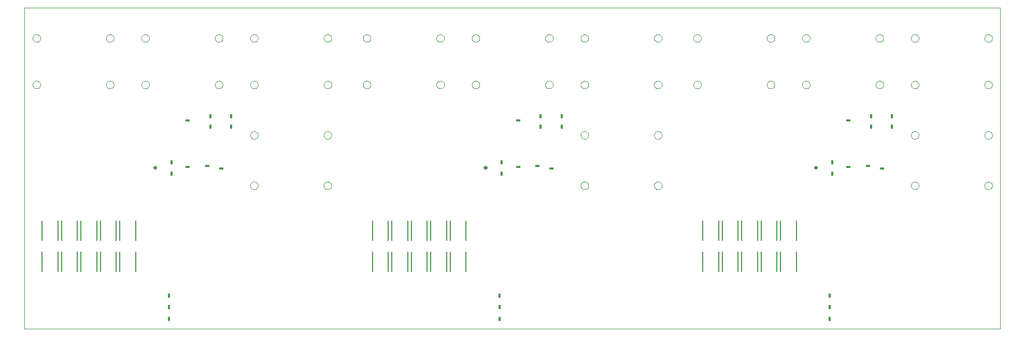
<source format=gbo>
G75*
%MOIN*%
%OFA0B0*%
%FSLAX24Y24*%
%IPPOS*%
%LPD*%
%AMOC8*
5,1,8,0,0,1.08239X$1,22.5*
%
%ADD10C,0.0000*%
%ADD11R,0.0150X0.0300*%
%ADD12C,0.0220*%
%ADD13R,0.0300X0.0150*%
%ADD14C,0.0080*%
D10*
X010443Y007143D02*
X010443Y027843D01*
X073193Y027843D01*
X073193Y007143D01*
X010443Y007143D01*
X024973Y016393D02*
X024975Y016424D01*
X024981Y016455D01*
X024991Y016485D01*
X025004Y016513D01*
X025021Y016540D01*
X025041Y016564D01*
X025064Y016586D01*
X025089Y016604D01*
X025117Y016619D01*
X025146Y016631D01*
X025176Y016639D01*
X025207Y016643D01*
X025239Y016643D01*
X025270Y016639D01*
X025300Y016631D01*
X025329Y016619D01*
X025357Y016604D01*
X025382Y016586D01*
X025405Y016564D01*
X025425Y016540D01*
X025442Y016513D01*
X025455Y016485D01*
X025465Y016455D01*
X025471Y016424D01*
X025473Y016393D01*
X025471Y016362D01*
X025465Y016331D01*
X025455Y016301D01*
X025442Y016273D01*
X025425Y016246D01*
X025405Y016222D01*
X025382Y016200D01*
X025357Y016182D01*
X025329Y016167D01*
X025300Y016155D01*
X025270Y016147D01*
X025239Y016143D01*
X025207Y016143D01*
X025176Y016147D01*
X025146Y016155D01*
X025117Y016167D01*
X025089Y016182D01*
X025064Y016200D01*
X025041Y016222D01*
X025021Y016246D01*
X025004Y016273D01*
X024991Y016301D01*
X024981Y016331D01*
X024975Y016362D01*
X024973Y016393D01*
X029693Y016393D02*
X029695Y016424D01*
X029701Y016455D01*
X029711Y016485D01*
X029724Y016513D01*
X029741Y016540D01*
X029761Y016564D01*
X029784Y016586D01*
X029809Y016604D01*
X029837Y016619D01*
X029866Y016631D01*
X029896Y016639D01*
X029927Y016643D01*
X029959Y016643D01*
X029990Y016639D01*
X030020Y016631D01*
X030049Y016619D01*
X030077Y016604D01*
X030102Y016586D01*
X030125Y016564D01*
X030145Y016540D01*
X030162Y016513D01*
X030175Y016485D01*
X030185Y016455D01*
X030191Y016424D01*
X030193Y016393D01*
X030191Y016362D01*
X030185Y016331D01*
X030175Y016301D01*
X030162Y016273D01*
X030145Y016246D01*
X030125Y016222D01*
X030102Y016200D01*
X030077Y016182D01*
X030049Y016167D01*
X030020Y016155D01*
X029990Y016147D01*
X029959Y016143D01*
X029927Y016143D01*
X029896Y016147D01*
X029866Y016155D01*
X029837Y016167D01*
X029809Y016182D01*
X029784Y016200D01*
X029761Y016222D01*
X029741Y016246D01*
X029724Y016273D01*
X029711Y016301D01*
X029701Y016331D01*
X029695Y016362D01*
X029693Y016393D01*
X029693Y019643D02*
X029695Y019674D01*
X029701Y019705D01*
X029711Y019735D01*
X029724Y019763D01*
X029741Y019790D01*
X029761Y019814D01*
X029784Y019836D01*
X029809Y019854D01*
X029837Y019869D01*
X029866Y019881D01*
X029896Y019889D01*
X029927Y019893D01*
X029959Y019893D01*
X029990Y019889D01*
X030020Y019881D01*
X030049Y019869D01*
X030077Y019854D01*
X030102Y019836D01*
X030125Y019814D01*
X030145Y019790D01*
X030162Y019763D01*
X030175Y019735D01*
X030185Y019705D01*
X030191Y019674D01*
X030193Y019643D01*
X030191Y019612D01*
X030185Y019581D01*
X030175Y019551D01*
X030162Y019523D01*
X030145Y019496D01*
X030125Y019472D01*
X030102Y019450D01*
X030077Y019432D01*
X030049Y019417D01*
X030020Y019405D01*
X029990Y019397D01*
X029959Y019393D01*
X029927Y019393D01*
X029896Y019397D01*
X029866Y019405D01*
X029837Y019417D01*
X029809Y019432D01*
X029784Y019450D01*
X029761Y019472D01*
X029741Y019496D01*
X029724Y019523D01*
X029711Y019551D01*
X029701Y019581D01*
X029695Y019612D01*
X029693Y019643D01*
X024973Y019643D02*
X024975Y019674D01*
X024981Y019705D01*
X024991Y019735D01*
X025004Y019763D01*
X025021Y019790D01*
X025041Y019814D01*
X025064Y019836D01*
X025089Y019854D01*
X025117Y019869D01*
X025146Y019881D01*
X025176Y019889D01*
X025207Y019893D01*
X025239Y019893D01*
X025270Y019889D01*
X025300Y019881D01*
X025329Y019869D01*
X025357Y019854D01*
X025382Y019836D01*
X025405Y019814D01*
X025425Y019790D01*
X025442Y019763D01*
X025455Y019735D01*
X025465Y019705D01*
X025471Y019674D01*
X025473Y019643D01*
X025471Y019612D01*
X025465Y019581D01*
X025455Y019551D01*
X025442Y019523D01*
X025425Y019496D01*
X025405Y019472D01*
X025382Y019450D01*
X025357Y019432D01*
X025329Y019417D01*
X025300Y019405D01*
X025270Y019397D01*
X025239Y019393D01*
X025207Y019393D01*
X025176Y019397D01*
X025146Y019405D01*
X025117Y019417D01*
X025089Y019432D01*
X025064Y019450D01*
X025041Y019472D01*
X025021Y019496D01*
X025004Y019523D01*
X024991Y019551D01*
X024981Y019581D01*
X024975Y019612D01*
X024973Y019643D01*
X024973Y022893D02*
X024975Y022924D01*
X024981Y022955D01*
X024991Y022985D01*
X025004Y023013D01*
X025021Y023040D01*
X025041Y023064D01*
X025064Y023086D01*
X025089Y023104D01*
X025117Y023119D01*
X025146Y023131D01*
X025176Y023139D01*
X025207Y023143D01*
X025239Y023143D01*
X025270Y023139D01*
X025300Y023131D01*
X025329Y023119D01*
X025357Y023104D01*
X025382Y023086D01*
X025405Y023064D01*
X025425Y023040D01*
X025442Y023013D01*
X025455Y022985D01*
X025465Y022955D01*
X025471Y022924D01*
X025473Y022893D01*
X025471Y022862D01*
X025465Y022831D01*
X025455Y022801D01*
X025442Y022773D01*
X025425Y022746D01*
X025405Y022722D01*
X025382Y022700D01*
X025357Y022682D01*
X025329Y022667D01*
X025300Y022655D01*
X025270Y022647D01*
X025239Y022643D01*
X025207Y022643D01*
X025176Y022647D01*
X025146Y022655D01*
X025117Y022667D01*
X025089Y022682D01*
X025064Y022700D01*
X025041Y022722D01*
X025021Y022746D01*
X025004Y022773D01*
X024991Y022801D01*
X024981Y022831D01*
X024975Y022862D01*
X024973Y022893D01*
X022693Y022893D02*
X022695Y022924D01*
X022701Y022955D01*
X022711Y022985D01*
X022724Y023013D01*
X022741Y023040D01*
X022761Y023064D01*
X022784Y023086D01*
X022809Y023104D01*
X022837Y023119D01*
X022866Y023131D01*
X022896Y023139D01*
X022927Y023143D01*
X022959Y023143D01*
X022990Y023139D01*
X023020Y023131D01*
X023049Y023119D01*
X023077Y023104D01*
X023102Y023086D01*
X023125Y023064D01*
X023145Y023040D01*
X023162Y023013D01*
X023175Y022985D01*
X023185Y022955D01*
X023191Y022924D01*
X023193Y022893D01*
X023191Y022862D01*
X023185Y022831D01*
X023175Y022801D01*
X023162Y022773D01*
X023145Y022746D01*
X023125Y022722D01*
X023102Y022700D01*
X023077Y022682D01*
X023049Y022667D01*
X023020Y022655D01*
X022990Y022647D01*
X022959Y022643D01*
X022927Y022643D01*
X022896Y022647D01*
X022866Y022655D01*
X022837Y022667D01*
X022809Y022682D01*
X022784Y022700D01*
X022761Y022722D01*
X022741Y022746D01*
X022724Y022773D01*
X022711Y022801D01*
X022701Y022831D01*
X022695Y022862D01*
X022693Y022893D01*
X017973Y022893D02*
X017975Y022924D01*
X017981Y022955D01*
X017991Y022985D01*
X018004Y023013D01*
X018021Y023040D01*
X018041Y023064D01*
X018064Y023086D01*
X018089Y023104D01*
X018117Y023119D01*
X018146Y023131D01*
X018176Y023139D01*
X018207Y023143D01*
X018239Y023143D01*
X018270Y023139D01*
X018300Y023131D01*
X018329Y023119D01*
X018357Y023104D01*
X018382Y023086D01*
X018405Y023064D01*
X018425Y023040D01*
X018442Y023013D01*
X018455Y022985D01*
X018465Y022955D01*
X018471Y022924D01*
X018473Y022893D01*
X018471Y022862D01*
X018465Y022831D01*
X018455Y022801D01*
X018442Y022773D01*
X018425Y022746D01*
X018405Y022722D01*
X018382Y022700D01*
X018357Y022682D01*
X018329Y022667D01*
X018300Y022655D01*
X018270Y022647D01*
X018239Y022643D01*
X018207Y022643D01*
X018176Y022647D01*
X018146Y022655D01*
X018117Y022667D01*
X018089Y022682D01*
X018064Y022700D01*
X018041Y022722D01*
X018021Y022746D01*
X018004Y022773D01*
X017991Y022801D01*
X017981Y022831D01*
X017975Y022862D01*
X017973Y022893D01*
X015693Y022893D02*
X015695Y022924D01*
X015701Y022955D01*
X015711Y022985D01*
X015724Y023013D01*
X015741Y023040D01*
X015761Y023064D01*
X015784Y023086D01*
X015809Y023104D01*
X015837Y023119D01*
X015866Y023131D01*
X015896Y023139D01*
X015927Y023143D01*
X015959Y023143D01*
X015990Y023139D01*
X016020Y023131D01*
X016049Y023119D01*
X016077Y023104D01*
X016102Y023086D01*
X016125Y023064D01*
X016145Y023040D01*
X016162Y023013D01*
X016175Y022985D01*
X016185Y022955D01*
X016191Y022924D01*
X016193Y022893D01*
X016191Y022862D01*
X016185Y022831D01*
X016175Y022801D01*
X016162Y022773D01*
X016145Y022746D01*
X016125Y022722D01*
X016102Y022700D01*
X016077Y022682D01*
X016049Y022667D01*
X016020Y022655D01*
X015990Y022647D01*
X015959Y022643D01*
X015927Y022643D01*
X015896Y022647D01*
X015866Y022655D01*
X015837Y022667D01*
X015809Y022682D01*
X015784Y022700D01*
X015761Y022722D01*
X015741Y022746D01*
X015724Y022773D01*
X015711Y022801D01*
X015701Y022831D01*
X015695Y022862D01*
X015693Y022893D01*
X010973Y022893D02*
X010975Y022924D01*
X010981Y022955D01*
X010991Y022985D01*
X011004Y023013D01*
X011021Y023040D01*
X011041Y023064D01*
X011064Y023086D01*
X011089Y023104D01*
X011117Y023119D01*
X011146Y023131D01*
X011176Y023139D01*
X011207Y023143D01*
X011239Y023143D01*
X011270Y023139D01*
X011300Y023131D01*
X011329Y023119D01*
X011357Y023104D01*
X011382Y023086D01*
X011405Y023064D01*
X011425Y023040D01*
X011442Y023013D01*
X011455Y022985D01*
X011465Y022955D01*
X011471Y022924D01*
X011473Y022893D01*
X011471Y022862D01*
X011465Y022831D01*
X011455Y022801D01*
X011442Y022773D01*
X011425Y022746D01*
X011405Y022722D01*
X011382Y022700D01*
X011357Y022682D01*
X011329Y022667D01*
X011300Y022655D01*
X011270Y022647D01*
X011239Y022643D01*
X011207Y022643D01*
X011176Y022647D01*
X011146Y022655D01*
X011117Y022667D01*
X011089Y022682D01*
X011064Y022700D01*
X011041Y022722D01*
X011021Y022746D01*
X011004Y022773D01*
X010991Y022801D01*
X010981Y022831D01*
X010975Y022862D01*
X010973Y022893D01*
X010973Y025893D02*
X010975Y025924D01*
X010981Y025955D01*
X010991Y025985D01*
X011004Y026013D01*
X011021Y026040D01*
X011041Y026064D01*
X011064Y026086D01*
X011089Y026104D01*
X011117Y026119D01*
X011146Y026131D01*
X011176Y026139D01*
X011207Y026143D01*
X011239Y026143D01*
X011270Y026139D01*
X011300Y026131D01*
X011329Y026119D01*
X011357Y026104D01*
X011382Y026086D01*
X011405Y026064D01*
X011425Y026040D01*
X011442Y026013D01*
X011455Y025985D01*
X011465Y025955D01*
X011471Y025924D01*
X011473Y025893D01*
X011471Y025862D01*
X011465Y025831D01*
X011455Y025801D01*
X011442Y025773D01*
X011425Y025746D01*
X011405Y025722D01*
X011382Y025700D01*
X011357Y025682D01*
X011329Y025667D01*
X011300Y025655D01*
X011270Y025647D01*
X011239Y025643D01*
X011207Y025643D01*
X011176Y025647D01*
X011146Y025655D01*
X011117Y025667D01*
X011089Y025682D01*
X011064Y025700D01*
X011041Y025722D01*
X011021Y025746D01*
X011004Y025773D01*
X010991Y025801D01*
X010981Y025831D01*
X010975Y025862D01*
X010973Y025893D01*
X015693Y025893D02*
X015695Y025924D01*
X015701Y025955D01*
X015711Y025985D01*
X015724Y026013D01*
X015741Y026040D01*
X015761Y026064D01*
X015784Y026086D01*
X015809Y026104D01*
X015837Y026119D01*
X015866Y026131D01*
X015896Y026139D01*
X015927Y026143D01*
X015959Y026143D01*
X015990Y026139D01*
X016020Y026131D01*
X016049Y026119D01*
X016077Y026104D01*
X016102Y026086D01*
X016125Y026064D01*
X016145Y026040D01*
X016162Y026013D01*
X016175Y025985D01*
X016185Y025955D01*
X016191Y025924D01*
X016193Y025893D01*
X016191Y025862D01*
X016185Y025831D01*
X016175Y025801D01*
X016162Y025773D01*
X016145Y025746D01*
X016125Y025722D01*
X016102Y025700D01*
X016077Y025682D01*
X016049Y025667D01*
X016020Y025655D01*
X015990Y025647D01*
X015959Y025643D01*
X015927Y025643D01*
X015896Y025647D01*
X015866Y025655D01*
X015837Y025667D01*
X015809Y025682D01*
X015784Y025700D01*
X015761Y025722D01*
X015741Y025746D01*
X015724Y025773D01*
X015711Y025801D01*
X015701Y025831D01*
X015695Y025862D01*
X015693Y025893D01*
X017973Y025893D02*
X017975Y025924D01*
X017981Y025955D01*
X017991Y025985D01*
X018004Y026013D01*
X018021Y026040D01*
X018041Y026064D01*
X018064Y026086D01*
X018089Y026104D01*
X018117Y026119D01*
X018146Y026131D01*
X018176Y026139D01*
X018207Y026143D01*
X018239Y026143D01*
X018270Y026139D01*
X018300Y026131D01*
X018329Y026119D01*
X018357Y026104D01*
X018382Y026086D01*
X018405Y026064D01*
X018425Y026040D01*
X018442Y026013D01*
X018455Y025985D01*
X018465Y025955D01*
X018471Y025924D01*
X018473Y025893D01*
X018471Y025862D01*
X018465Y025831D01*
X018455Y025801D01*
X018442Y025773D01*
X018425Y025746D01*
X018405Y025722D01*
X018382Y025700D01*
X018357Y025682D01*
X018329Y025667D01*
X018300Y025655D01*
X018270Y025647D01*
X018239Y025643D01*
X018207Y025643D01*
X018176Y025647D01*
X018146Y025655D01*
X018117Y025667D01*
X018089Y025682D01*
X018064Y025700D01*
X018041Y025722D01*
X018021Y025746D01*
X018004Y025773D01*
X017991Y025801D01*
X017981Y025831D01*
X017975Y025862D01*
X017973Y025893D01*
X022693Y025893D02*
X022695Y025924D01*
X022701Y025955D01*
X022711Y025985D01*
X022724Y026013D01*
X022741Y026040D01*
X022761Y026064D01*
X022784Y026086D01*
X022809Y026104D01*
X022837Y026119D01*
X022866Y026131D01*
X022896Y026139D01*
X022927Y026143D01*
X022959Y026143D01*
X022990Y026139D01*
X023020Y026131D01*
X023049Y026119D01*
X023077Y026104D01*
X023102Y026086D01*
X023125Y026064D01*
X023145Y026040D01*
X023162Y026013D01*
X023175Y025985D01*
X023185Y025955D01*
X023191Y025924D01*
X023193Y025893D01*
X023191Y025862D01*
X023185Y025831D01*
X023175Y025801D01*
X023162Y025773D01*
X023145Y025746D01*
X023125Y025722D01*
X023102Y025700D01*
X023077Y025682D01*
X023049Y025667D01*
X023020Y025655D01*
X022990Y025647D01*
X022959Y025643D01*
X022927Y025643D01*
X022896Y025647D01*
X022866Y025655D01*
X022837Y025667D01*
X022809Y025682D01*
X022784Y025700D01*
X022761Y025722D01*
X022741Y025746D01*
X022724Y025773D01*
X022711Y025801D01*
X022701Y025831D01*
X022695Y025862D01*
X022693Y025893D01*
X024973Y025893D02*
X024975Y025924D01*
X024981Y025955D01*
X024991Y025985D01*
X025004Y026013D01*
X025021Y026040D01*
X025041Y026064D01*
X025064Y026086D01*
X025089Y026104D01*
X025117Y026119D01*
X025146Y026131D01*
X025176Y026139D01*
X025207Y026143D01*
X025239Y026143D01*
X025270Y026139D01*
X025300Y026131D01*
X025329Y026119D01*
X025357Y026104D01*
X025382Y026086D01*
X025405Y026064D01*
X025425Y026040D01*
X025442Y026013D01*
X025455Y025985D01*
X025465Y025955D01*
X025471Y025924D01*
X025473Y025893D01*
X025471Y025862D01*
X025465Y025831D01*
X025455Y025801D01*
X025442Y025773D01*
X025425Y025746D01*
X025405Y025722D01*
X025382Y025700D01*
X025357Y025682D01*
X025329Y025667D01*
X025300Y025655D01*
X025270Y025647D01*
X025239Y025643D01*
X025207Y025643D01*
X025176Y025647D01*
X025146Y025655D01*
X025117Y025667D01*
X025089Y025682D01*
X025064Y025700D01*
X025041Y025722D01*
X025021Y025746D01*
X025004Y025773D01*
X024991Y025801D01*
X024981Y025831D01*
X024975Y025862D01*
X024973Y025893D01*
X029693Y025893D02*
X029695Y025924D01*
X029701Y025955D01*
X029711Y025985D01*
X029724Y026013D01*
X029741Y026040D01*
X029761Y026064D01*
X029784Y026086D01*
X029809Y026104D01*
X029837Y026119D01*
X029866Y026131D01*
X029896Y026139D01*
X029927Y026143D01*
X029959Y026143D01*
X029990Y026139D01*
X030020Y026131D01*
X030049Y026119D01*
X030077Y026104D01*
X030102Y026086D01*
X030125Y026064D01*
X030145Y026040D01*
X030162Y026013D01*
X030175Y025985D01*
X030185Y025955D01*
X030191Y025924D01*
X030193Y025893D01*
X030191Y025862D01*
X030185Y025831D01*
X030175Y025801D01*
X030162Y025773D01*
X030145Y025746D01*
X030125Y025722D01*
X030102Y025700D01*
X030077Y025682D01*
X030049Y025667D01*
X030020Y025655D01*
X029990Y025647D01*
X029959Y025643D01*
X029927Y025643D01*
X029896Y025647D01*
X029866Y025655D01*
X029837Y025667D01*
X029809Y025682D01*
X029784Y025700D01*
X029761Y025722D01*
X029741Y025746D01*
X029724Y025773D01*
X029711Y025801D01*
X029701Y025831D01*
X029695Y025862D01*
X029693Y025893D01*
X032223Y025893D02*
X032225Y025924D01*
X032231Y025955D01*
X032241Y025985D01*
X032254Y026013D01*
X032271Y026040D01*
X032291Y026064D01*
X032314Y026086D01*
X032339Y026104D01*
X032367Y026119D01*
X032396Y026131D01*
X032426Y026139D01*
X032457Y026143D01*
X032489Y026143D01*
X032520Y026139D01*
X032550Y026131D01*
X032579Y026119D01*
X032607Y026104D01*
X032632Y026086D01*
X032655Y026064D01*
X032675Y026040D01*
X032692Y026013D01*
X032705Y025985D01*
X032715Y025955D01*
X032721Y025924D01*
X032723Y025893D01*
X032721Y025862D01*
X032715Y025831D01*
X032705Y025801D01*
X032692Y025773D01*
X032675Y025746D01*
X032655Y025722D01*
X032632Y025700D01*
X032607Y025682D01*
X032579Y025667D01*
X032550Y025655D01*
X032520Y025647D01*
X032489Y025643D01*
X032457Y025643D01*
X032426Y025647D01*
X032396Y025655D01*
X032367Y025667D01*
X032339Y025682D01*
X032314Y025700D01*
X032291Y025722D01*
X032271Y025746D01*
X032254Y025773D01*
X032241Y025801D01*
X032231Y025831D01*
X032225Y025862D01*
X032223Y025893D01*
X036943Y025893D02*
X036945Y025924D01*
X036951Y025955D01*
X036961Y025985D01*
X036974Y026013D01*
X036991Y026040D01*
X037011Y026064D01*
X037034Y026086D01*
X037059Y026104D01*
X037087Y026119D01*
X037116Y026131D01*
X037146Y026139D01*
X037177Y026143D01*
X037209Y026143D01*
X037240Y026139D01*
X037270Y026131D01*
X037299Y026119D01*
X037327Y026104D01*
X037352Y026086D01*
X037375Y026064D01*
X037395Y026040D01*
X037412Y026013D01*
X037425Y025985D01*
X037435Y025955D01*
X037441Y025924D01*
X037443Y025893D01*
X037441Y025862D01*
X037435Y025831D01*
X037425Y025801D01*
X037412Y025773D01*
X037395Y025746D01*
X037375Y025722D01*
X037352Y025700D01*
X037327Y025682D01*
X037299Y025667D01*
X037270Y025655D01*
X037240Y025647D01*
X037209Y025643D01*
X037177Y025643D01*
X037146Y025647D01*
X037116Y025655D01*
X037087Y025667D01*
X037059Y025682D01*
X037034Y025700D01*
X037011Y025722D01*
X036991Y025746D01*
X036974Y025773D01*
X036961Y025801D01*
X036951Y025831D01*
X036945Y025862D01*
X036943Y025893D01*
X039223Y025893D02*
X039225Y025924D01*
X039231Y025955D01*
X039241Y025985D01*
X039254Y026013D01*
X039271Y026040D01*
X039291Y026064D01*
X039314Y026086D01*
X039339Y026104D01*
X039367Y026119D01*
X039396Y026131D01*
X039426Y026139D01*
X039457Y026143D01*
X039489Y026143D01*
X039520Y026139D01*
X039550Y026131D01*
X039579Y026119D01*
X039607Y026104D01*
X039632Y026086D01*
X039655Y026064D01*
X039675Y026040D01*
X039692Y026013D01*
X039705Y025985D01*
X039715Y025955D01*
X039721Y025924D01*
X039723Y025893D01*
X039721Y025862D01*
X039715Y025831D01*
X039705Y025801D01*
X039692Y025773D01*
X039675Y025746D01*
X039655Y025722D01*
X039632Y025700D01*
X039607Y025682D01*
X039579Y025667D01*
X039550Y025655D01*
X039520Y025647D01*
X039489Y025643D01*
X039457Y025643D01*
X039426Y025647D01*
X039396Y025655D01*
X039367Y025667D01*
X039339Y025682D01*
X039314Y025700D01*
X039291Y025722D01*
X039271Y025746D01*
X039254Y025773D01*
X039241Y025801D01*
X039231Y025831D01*
X039225Y025862D01*
X039223Y025893D01*
X043943Y025893D02*
X043945Y025924D01*
X043951Y025955D01*
X043961Y025985D01*
X043974Y026013D01*
X043991Y026040D01*
X044011Y026064D01*
X044034Y026086D01*
X044059Y026104D01*
X044087Y026119D01*
X044116Y026131D01*
X044146Y026139D01*
X044177Y026143D01*
X044209Y026143D01*
X044240Y026139D01*
X044270Y026131D01*
X044299Y026119D01*
X044327Y026104D01*
X044352Y026086D01*
X044375Y026064D01*
X044395Y026040D01*
X044412Y026013D01*
X044425Y025985D01*
X044435Y025955D01*
X044441Y025924D01*
X044443Y025893D01*
X044441Y025862D01*
X044435Y025831D01*
X044425Y025801D01*
X044412Y025773D01*
X044395Y025746D01*
X044375Y025722D01*
X044352Y025700D01*
X044327Y025682D01*
X044299Y025667D01*
X044270Y025655D01*
X044240Y025647D01*
X044209Y025643D01*
X044177Y025643D01*
X044146Y025647D01*
X044116Y025655D01*
X044087Y025667D01*
X044059Y025682D01*
X044034Y025700D01*
X044011Y025722D01*
X043991Y025746D01*
X043974Y025773D01*
X043961Y025801D01*
X043951Y025831D01*
X043945Y025862D01*
X043943Y025893D01*
X046223Y025893D02*
X046225Y025924D01*
X046231Y025955D01*
X046241Y025985D01*
X046254Y026013D01*
X046271Y026040D01*
X046291Y026064D01*
X046314Y026086D01*
X046339Y026104D01*
X046367Y026119D01*
X046396Y026131D01*
X046426Y026139D01*
X046457Y026143D01*
X046489Y026143D01*
X046520Y026139D01*
X046550Y026131D01*
X046579Y026119D01*
X046607Y026104D01*
X046632Y026086D01*
X046655Y026064D01*
X046675Y026040D01*
X046692Y026013D01*
X046705Y025985D01*
X046715Y025955D01*
X046721Y025924D01*
X046723Y025893D01*
X046721Y025862D01*
X046715Y025831D01*
X046705Y025801D01*
X046692Y025773D01*
X046675Y025746D01*
X046655Y025722D01*
X046632Y025700D01*
X046607Y025682D01*
X046579Y025667D01*
X046550Y025655D01*
X046520Y025647D01*
X046489Y025643D01*
X046457Y025643D01*
X046426Y025647D01*
X046396Y025655D01*
X046367Y025667D01*
X046339Y025682D01*
X046314Y025700D01*
X046291Y025722D01*
X046271Y025746D01*
X046254Y025773D01*
X046241Y025801D01*
X046231Y025831D01*
X046225Y025862D01*
X046223Y025893D01*
X050943Y025893D02*
X050945Y025924D01*
X050951Y025955D01*
X050961Y025985D01*
X050974Y026013D01*
X050991Y026040D01*
X051011Y026064D01*
X051034Y026086D01*
X051059Y026104D01*
X051087Y026119D01*
X051116Y026131D01*
X051146Y026139D01*
X051177Y026143D01*
X051209Y026143D01*
X051240Y026139D01*
X051270Y026131D01*
X051299Y026119D01*
X051327Y026104D01*
X051352Y026086D01*
X051375Y026064D01*
X051395Y026040D01*
X051412Y026013D01*
X051425Y025985D01*
X051435Y025955D01*
X051441Y025924D01*
X051443Y025893D01*
X051441Y025862D01*
X051435Y025831D01*
X051425Y025801D01*
X051412Y025773D01*
X051395Y025746D01*
X051375Y025722D01*
X051352Y025700D01*
X051327Y025682D01*
X051299Y025667D01*
X051270Y025655D01*
X051240Y025647D01*
X051209Y025643D01*
X051177Y025643D01*
X051146Y025647D01*
X051116Y025655D01*
X051087Y025667D01*
X051059Y025682D01*
X051034Y025700D01*
X051011Y025722D01*
X050991Y025746D01*
X050974Y025773D01*
X050961Y025801D01*
X050951Y025831D01*
X050945Y025862D01*
X050943Y025893D01*
X053473Y025893D02*
X053475Y025924D01*
X053481Y025955D01*
X053491Y025985D01*
X053504Y026013D01*
X053521Y026040D01*
X053541Y026064D01*
X053564Y026086D01*
X053589Y026104D01*
X053617Y026119D01*
X053646Y026131D01*
X053676Y026139D01*
X053707Y026143D01*
X053739Y026143D01*
X053770Y026139D01*
X053800Y026131D01*
X053829Y026119D01*
X053857Y026104D01*
X053882Y026086D01*
X053905Y026064D01*
X053925Y026040D01*
X053942Y026013D01*
X053955Y025985D01*
X053965Y025955D01*
X053971Y025924D01*
X053973Y025893D01*
X053971Y025862D01*
X053965Y025831D01*
X053955Y025801D01*
X053942Y025773D01*
X053925Y025746D01*
X053905Y025722D01*
X053882Y025700D01*
X053857Y025682D01*
X053829Y025667D01*
X053800Y025655D01*
X053770Y025647D01*
X053739Y025643D01*
X053707Y025643D01*
X053676Y025647D01*
X053646Y025655D01*
X053617Y025667D01*
X053589Y025682D01*
X053564Y025700D01*
X053541Y025722D01*
X053521Y025746D01*
X053504Y025773D01*
X053491Y025801D01*
X053481Y025831D01*
X053475Y025862D01*
X053473Y025893D01*
X058193Y025893D02*
X058195Y025924D01*
X058201Y025955D01*
X058211Y025985D01*
X058224Y026013D01*
X058241Y026040D01*
X058261Y026064D01*
X058284Y026086D01*
X058309Y026104D01*
X058337Y026119D01*
X058366Y026131D01*
X058396Y026139D01*
X058427Y026143D01*
X058459Y026143D01*
X058490Y026139D01*
X058520Y026131D01*
X058549Y026119D01*
X058577Y026104D01*
X058602Y026086D01*
X058625Y026064D01*
X058645Y026040D01*
X058662Y026013D01*
X058675Y025985D01*
X058685Y025955D01*
X058691Y025924D01*
X058693Y025893D01*
X058691Y025862D01*
X058685Y025831D01*
X058675Y025801D01*
X058662Y025773D01*
X058645Y025746D01*
X058625Y025722D01*
X058602Y025700D01*
X058577Y025682D01*
X058549Y025667D01*
X058520Y025655D01*
X058490Y025647D01*
X058459Y025643D01*
X058427Y025643D01*
X058396Y025647D01*
X058366Y025655D01*
X058337Y025667D01*
X058309Y025682D01*
X058284Y025700D01*
X058261Y025722D01*
X058241Y025746D01*
X058224Y025773D01*
X058211Y025801D01*
X058201Y025831D01*
X058195Y025862D01*
X058193Y025893D01*
X060473Y025893D02*
X060475Y025924D01*
X060481Y025955D01*
X060491Y025985D01*
X060504Y026013D01*
X060521Y026040D01*
X060541Y026064D01*
X060564Y026086D01*
X060589Y026104D01*
X060617Y026119D01*
X060646Y026131D01*
X060676Y026139D01*
X060707Y026143D01*
X060739Y026143D01*
X060770Y026139D01*
X060800Y026131D01*
X060829Y026119D01*
X060857Y026104D01*
X060882Y026086D01*
X060905Y026064D01*
X060925Y026040D01*
X060942Y026013D01*
X060955Y025985D01*
X060965Y025955D01*
X060971Y025924D01*
X060973Y025893D01*
X060971Y025862D01*
X060965Y025831D01*
X060955Y025801D01*
X060942Y025773D01*
X060925Y025746D01*
X060905Y025722D01*
X060882Y025700D01*
X060857Y025682D01*
X060829Y025667D01*
X060800Y025655D01*
X060770Y025647D01*
X060739Y025643D01*
X060707Y025643D01*
X060676Y025647D01*
X060646Y025655D01*
X060617Y025667D01*
X060589Y025682D01*
X060564Y025700D01*
X060541Y025722D01*
X060521Y025746D01*
X060504Y025773D01*
X060491Y025801D01*
X060481Y025831D01*
X060475Y025862D01*
X060473Y025893D01*
X065193Y025893D02*
X065195Y025924D01*
X065201Y025955D01*
X065211Y025985D01*
X065224Y026013D01*
X065241Y026040D01*
X065261Y026064D01*
X065284Y026086D01*
X065309Y026104D01*
X065337Y026119D01*
X065366Y026131D01*
X065396Y026139D01*
X065427Y026143D01*
X065459Y026143D01*
X065490Y026139D01*
X065520Y026131D01*
X065549Y026119D01*
X065577Y026104D01*
X065602Y026086D01*
X065625Y026064D01*
X065645Y026040D01*
X065662Y026013D01*
X065675Y025985D01*
X065685Y025955D01*
X065691Y025924D01*
X065693Y025893D01*
X065691Y025862D01*
X065685Y025831D01*
X065675Y025801D01*
X065662Y025773D01*
X065645Y025746D01*
X065625Y025722D01*
X065602Y025700D01*
X065577Y025682D01*
X065549Y025667D01*
X065520Y025655D01*
X065490Y025647D01*
X065459Y025643D01*
X065427Y025643D01*
X065396Y025647D01*
X065366Y025655D01*
X065337Y025667D01*
X065309Y025682D01*
X065284Y025700D01*
X065261Y025722D01*
X065241Y025746D01*
X065224Y025773D01*
X065211Y025801D01*
X065201Y025831D01*
X065195Y025862D01*
X065193Y025893D01*
X067473Y025893D02*
X067475Y025924D01*
X067481Y025955D01*
X067491Y025985D01*
X067504Y026013D01*
X067521Y026040D01*
X067541Y026064D01*
X067564Y026086D01*
X067589Y026104D01*
X067617Y026119D01*
X067646Y026131D01*
X067676Y026139D01*
X067707Y026143D01*
X067739Y026143D01*
X067770Y026139D01*
X067800Y026131D01*
X067829Y026119D01*
X067857Y026104D01*
X067882Y026086D01*
X067905Y026064D01*
X067925Y026040D01*
X067942Y026013D01*
X067955Y025985D01*
X067965Y025955D01*
X067971Y025924D01*
X067973Y025893D01*
X067971Y025862D01*
X067965Y025831D01*
X067955Y025801D01*
X067942Y025773D01*
X067925Y025746D01*
X067905Y025722D01*
X067882Y025700D01*
X067857Y025682D01*
X067829Y025667D01*
X067800Y025655D01*
X067770Y025647D01*
X067739Y025643D01*
X067707Y025643D01*
X067676Y025647D01*
X067646Y025655D01*
X067617Y025667D01*
X067589Y025682D01*
X067564Y025700D01*
X067541Y025722D01*
X067521Y025746D01*
X067504Y025773D01*
X067491Y025801D01*
X067481Y025831D01*
X067475Y025862D01*
X067473Y025893D01*
X072193Y025893D02*
X072195Y025924D01*
X072201Y025955D01*
X072211Y025985D01*
X072224Y026013D01*
X072241Y026040D01*
X072261Y026064D01*
X072284Y026086D01*
X072309Y026104D01*
X072337Y026119D01*
X072366Y026131D01*
X072396Y026139D01*
X072427Y026143D01*
X072459Y026143D01*
X072490Y026139D01*
X072520Y026131D01*
X072549Y026119D01*
X072577Y026104D01*
X072602Y026086D01*
X072625Y026064D01*
X072645Y026040D01*
X072662Y026013D01*
X072675Y025985D01*
X072685Y025955D01*
X072691Y025924D01*
X072693Y025893D01*
X072691Y025862D01*
X072685Y025831D01*
X072675Y025801D01*
X072662Y025773D01*
X072645Y025746D01*
X072625Y025722D01*
X072602Y025700D01*
X072577Y025682D01*
X072549Y025667D01*
X072520Y025655D01*
X072490Y025647D01*
X072459Y025643D01*
X072427Y025643D01*
X072396Y025647D01*
X072366Y025655D01*
X072337Y025667D01*
X072309Y025682D01*
X072284Y025700D01*
X072261Y025722D01*
X072241Y025746D01*
X072224Y025773D01*
X072211Y025801D01*
X072201Y025831D01*
X072195Y025862D01*
X072193Y025893D01*
X072193Y022893D02*
X072195Y022924D01*
X072201Y022955D01*
X072211Y022985D01*
X072224Y023013D01*
X072241Y023040D01*
X072261Y023064D01*
X072284Y023086D01*
X072309Y023104D01*
X072337Y023119D01*
X072366Y023131D01*
X072396Y023139D01*
X072427Y023143D01*
X072459Y023143D01*
X072490Y023139D01*
X072520Y023131D01*
X072549Y023119D01*
X072577Y023104D01*
X072602Y023086D01*
X072625Y023064D01*
X072645Y023040D01*
X072662Y023013D01*
X072675Y022985D01*
X072685Y022955D01*
X072691Y022924D01*
X072693Y022893D01*
X072691Y022862D01*
X072685Y022831D01*
X072675Y022801D01*
X072662Y022773D01*
X072645Y022746D01*
X072625Y022722D01*
X072602Y022700D01*
X072577Y022682D01*
X072549Y022667D01*
X072520Y022655D01*
X072490Y022647D01*
X072459Y022643D01*
X072427Y022643D01*
X072396Y022647D01*
X072366Y022655D01*
X072337Y022667D01*
X072309Y022682D01*
X072284Y022700D01*
X072261Y022722D01*
X072241Y022746D01*
X072224Y022773D01*
X072211Y022801D01*
X072201Y022831D01*
X072195Y022862D01*
X072193Y022893D01*
X067473Y022893D02*
X067475Y022924D01*
X067481Y022955D01*
X067491Y022985D01*
X067504Y023013D01*
X067521Y023040D01*
X067541Y023064D01*
X067564Y023086D01*
X067589Y023104D01*
X067617Y023119D01*
X067646Y023131D01*
X067676Y023139D01*
X067707Y023143D01*
X067739Y023143D01*
X067770Y023139D01*
X067800Y023131D01*
X067829Y023119D01*
X067857Y023104D01*
X067882Y023086D01*
X067905Y023064D01*
X067925Y023040D01*
X067942Y023013D01*
X067955Y022985D01*
X067965Y022955D01*
X067971Y022924D01*
X067973Y022893D01*
X067971Y022862D01*
X067965Y022831D01*
X067955Y022801D01*
X067942Y022773D01*
X067925Y022746D01*
X067905Y022722D01*
X067882Y022700D01*
X067857Y022682D01*
X067829Y022667D01*
X067800Y022655D01*
X067770Y022647D01*
X067739Y022643D01*
X067707Y022643D01*
X067676Y022647D01*
X067646Y022655D01*
X067617Y022667D01*
X067589Y022682D01*
X067564Y022700D01*
X067541Y022722D01*
X067521Y022746D01*
X067504Y022773D01*
X067491Y022801D01*
X067481Y022831D01*
X067475Y022862D01*
X067473Y022893D01*
X065193Y022893D02*
X065195Y022924D01*
X065201Y022955D01*
X065211Y022985D01*
X065224Y023013D01*
X065241Y023040D01*
X065261Y023064D01*
X065284Y023086D01*
X065309Y023104D01*
X065337Y023119D01*
X065366Y023131D01*
X065396Y023139D01*
X065427Y023143D01*
X065459Y023143D01*
X065490Y023139D01*
X065520Y023131D01*
X065549Y023119D01*
X065577Y023104D01*
X065602Y023086D01*
X065625Y023064D01*
X065645Y023040D01*
X065662Y023013D01*
X065675Y022985D01*
X065685Y022955D01*
X065691Y022924D01*
X065693Y022893D01*
X065691Y022862D01*
X065685Y022831D01*
X065675Y022801D01*
X065662Y022773D01*
X065645Y022746D01*
X065625Y022722D01*
X065602Y022700D01*
X065577Y022682D01*
X065549Y022667D01*
X065520Y022655D01*
X065490Y022647D01*
X065459Y022643D01*
X065427Y022643D01*
X065396Y022647D01*
X065366Y022655D01*
X065337Y022667D01*
X065309Y022682D01*
X065284Y022700D01*
X065261Y022722D01*
X065241Y022746D01*
X065224Y022773D01*
X065211Y022801D01*
X065201Y022831D01*
X065195Y022862D01*
X065193Y022893D01*
X060473Y022893D02*
X060475Y022924D01*
X060481Y022955D01*
X060491Y022985D01*
X060504Y023013D01*
X060521Y023040D01*
X060541Y023064D01*
X060564Y023086D01*
X060589Y023104D01*
X060617Y023119D01*
X060646Y023131D01*
X060676Y023139D01*
X060707Y023143D01*
X060739Y023143D01*
X060770Y023139D01*
X060800Y023131D01*
X060829Y023119D01*
X060857Y023104D01*
X060882Y023086D01*
X060905Y023064D01*
X060925Y023040D01*
X060942Y023013D01*
X060955Y022985D01*
X060965Y022955D01*
X060971Y022924D01*
X060973Y022893D01*
X060971Y022862D01*
X060965Y022831D01*
X060955Y022801D01*
X060942Y022773D01*
X060925Y022746D01*
X060905Y022722D01*
X060882Y022700D01*
X060857Y022682D01*
X060829Y022667D01*
X060800Y022655D01*
X060770Y022647D01*
X060739Y022643D01*
X060707Y022643D01*
X060676Y022647D01*
X060646Y022655D01*
X060617Y022667D01*
X060589Y022682D01*
X060564Y022700D01*
X060541Y022722D01*
X060521Y022746D01*
X060504Y022773D01*
X060491Y022801D01*
X060481Y022831D01*
X060475Y022862D01*
X060473Y022893D01*
X058193Y022893D02*
X058195Y022924D01*
X058201Y022955D01*
X058211Y022985D01*
X058224Y023013D01*
X058241Y023040D01*
X058261Y023064D01*
X058284Y023086D01*
X058309Y023104D01*
X058337Y023119D01*
X058366Y023131D01*
X058396Y023139D01*
X058427Y023143D01*
X058459Y023143D01*
X058490Y023139D01*
X058520Y023131D01*
X058549Y023119D01*
X058577Y023104D01*
X058602Y023086D01*
X058625Y023064D01*
X058645Y023040D01*
X058662Y023013D01*
X058675Y022985D01*
X058685Y022955D01*
X058691Y022924D01*
X058693Y022893D01*
X058691Y022862D01*
X058685Y022831D01*
X058675Y022801D01*
X058662Y022773D01*
X058645Y022746D01*
X058625Y022722D01*
X058602Y022700D01*
X058577Y022682D01*
X058549Y022667D01*
X058520Y022655D01*
X058490Y022647D01*
X058459Y022643D01*
X058427Y022643D01*
X058396Y022647D01*
X058366Y022655D01*
X058337Y022667D01*
X058309Y022682D01*
X058284Y022700D01*
X058261Y022722D01*
X058241Y022746D01*
X058224Y022773D01*
X058211Y022801D01*
X058201Y022831D01*
X058195Y022862D01*
X058193Y022893D01*
X053473Y022893D02*
X053475Y022924D01*
X053481Y022955D01*
X053491Y022985D01*
X053504Y023013D01*
X053521Y023040D01*
X053541Y023064D01*
X053564Y023086D01*
X053589Y023104D01*
X053617Y023119D01*
X053646Y023131D01*
X053676Y023139D01*
X053707Y023143D01*
X053739Y023143D01*
X053770Y023139D01*
X053800Y023131D01*
X053829Y023119D01*
X053857Y023104D01*
X053882Y023086D01*
X053905Y023064D01*
X053925Y023040D01*
X053942Y023013D01*
X053955Y022985D01*
X053965Y022955D01*
X053971Y022924D01*
X053973Y022893D01*
X053971Y022862D01*
X053965Y022831D01*
X053955Y022801D01*
X053942Y022773D01*
X053925Y022746D01*
X053905Y022722D01*
X053882Y022700D01*
X053857Y022682D01*
X053829Y022667D01*
X053800Y022655D01*
X053770Y022647D01*
X053739Y022643D01*
X053707Y022643D01*
X053676Y022647D01*
X053646Y022655D01*
X053617Y022667D01*
X053589Y022682D01*
X053564Y022700D01*
X053541Y022722D01*
X053521Y022746D01*
X053504Y022773D01*
X053491Y022801D01*
X053481Y022831D01*
X053475Y022862D01*
X053473Y022893D01*
X050943Y022893D02*
X050945Y022924D01*
X050951Y022955D01*
X050961Y022985D01*
X050974Y023013D01*
X050991Y023040D01*
X051011Y023064D01*
X051034Y023086D01*
X051059Y023104D01*
X051087Y023119D01*
X051116Y023131D01*
X051146Y023139D01*
X051177Y023143D01*
X051209Y023143D01*
X051240Y023139D01*
X051270Y023131D01*
X051299Y023119D01*
X051327Y023104D01*
X051352Y023086D01*
X051375Y023064D01*
X051395Y023040D01*
X051412Y023013D01*
X051425Y022985D01*
X051435Y022955D01*
X051441Y022924D01*
X051443Y022893D01*
X051441Y022862D01*
X051435Y022831D01*
X051425Y022801D01*
X051412Y022773D01*
X051395Y022746D01*
X051375Y022722D01*
X051352Y022700D01*
X051327Y022682D01*
X051299Y022667D01*
X051270Y022655D01*
X051240Y022647D01*
X051209Y022643D01*
X051177Y022643D01*
X051146Y022647D01*
X051116Y022655D01*
X051087Y022667D01*
X051059Y022682D01*
X051034Y022700D01*
X051011Y022722D01*
X050991Y022746D01*
X050974Y022773D01*
X050961Y022801D01*
X050951Y022831D01*
X050945Y022862D01*
X050943Y022893D01*
X046223Y022893D02*
X046225Y022924D01*
X046231Y022955D01*
X046241Y022985D01*
X046254Y023013D01*
X046271Y023040D01*
X046291Y023064D01*
X046314Y023086D01*
X046339Y023104D01*
X046367Y023119D01*
X046396Y023131D01*
X046426Y023139D01*
X046457Y023143D01*
X046489Y023143D01*
X046520Y023139D01*
X046550Y023131D01*
X046579Y023119D01*
X046607Y023104D01*
X046632Y023086D01*
X046655Y023064D01*
X046675Y023040D01*
X046692Y023013D01*
X046705Y022985D01*
X046715Y022955D01*
X046721Y022924D01*
X046723Y022893D01*
X046721Y022862D01*
X046715Y022831D01*
X046705Y022801D01*
X046692Y022773D01*
X046675Y022746D01*
X046655Y022722D01*
X046632Y022700D01*
X046607Y022682D01*
X046579Y022667D01*
X046550Y022655D01*
X046520Y022647D01*
X046489Y022643D01*
X046457Y022643D01*
X046426Y022647D01*
X046396Y022655D01*
X046367Y022667D01*
X046339Y022682D01*
X046314Y022700D01*
X046291Y022722D01*
X046271Y022746D01*
X046254Y022773D01*
X046241Y022801D01*
X046231Y022831D01*
X046225Y022862D01*
X046223Y022893D01*
X043943Y022893D02*
X043945Y022924D01*
X043951Y022955D01*
X043961Y022985D01*
X043974Y023013D01*
X043991Y023040D01*
X044011Y023064D01*
X044034Y023086D01*
X044059Y023104D01*
X044087Y023119D01*
X044116Y023131D01*
X044146Y023139D01*
X044177Y023143D01*
X044209Y023143D01*
X044240Y023139D01*
X044270Y023131D01*
X044299Y023119D01*
X044327Y023104D01*
X044352Y023086D01*
X044375Y023064D01*
X044395Y023040D01*
X044412Y023013D01*
X044425Y022985D01*
X044435Y022955D01*
X044441Y022924D01*
X044443Y022893D01*
X044441Y022862D01*
X044435Y022831D01*
X044425Y022801D01*
X044412Y022773D01*
X044395Y022746D01*
X044375Y022722D01*
X044352Y022700D01*
X044327Y022682D01*
X044299Y022667D01*
X044270Y022655D01*
X044240Y022647D01*
X044209Y022643D01*
X044177Y022643D01*
X044146Y022647D01*
X044116Y022655D01*
X044087Y022667D01*
X044059Y022682D01*
X044034Y022700D01*
X044011Y022722D01*
X043991Y022746D01*
X043974Y022773D01*
X043961Y022801D01*
X043951Y022831D01*
X043945Y022862D01*
X043943Y022893D01*
X039223Y022893D02*
X039225Y022924D01*
X039231Y022955D01*
X039241Y022985D01*
X039254Y023013D01*
X039271Y023040D01*
X039291Y023064D01*
X039314Y023086D01*
X039339Y023104D01*
X039367Y023119D01*
X039396Y023131D01*
X039426Y023139D01*
X039457Y023143D01*
X039489Y023143D01*
X039520Y023139D01*
X039550Y023131D01*
X039579Y023119D01*
X039607Y023104D01*
X039632Y023086D01*
X039655Y023064D01*
X039675Y023040D01*
X039692Y023013D01*
X039705Y022985D01*
X039715Y022955D01*
X039721Y022924D01*
X039723Y022893D01*
X039721Y022862D01*
X039715Y022831D01*
X039705Y022801D01*
X039692Y022773D01*
X039675Y022746D01*
X039655Y022722D01*
X039632Y022700D01*
X039607Y022682D01*
X039579Y022667D01*
X039550Y022655D01*
X039520Y022647D01*
X039489Y022643D01*
X039457Y022643D01*
X039426Y022647D01*
X039396Y022655D01*
X039367Y022667D01*
X039339Y022682D01*
X039314Y022700D01*
X039291Y022722D01*
X039271Y022746D01*
X039254Y022773D01*
X039241Y022801D01*
X039231Y022831D01*
X039225Y022862D01*
X039223Y022893D01*
X036943Y022893D02*
X036945Y022924D01*
X036951Y022955D01*
X036961Y022985D01*
X036974Y023013D01*
X036991Y023040D01*
X037011Y023064D01*
X037034Y023086D01*
X037059Y023104D01*
X037087Y023119D01*
X037116Y023131D01*
X037146Y023139D01*
X037177Y023143D01*
X037209Y023143D01*
X037240Y023139D01*
X037270Y023131D01*
X037299Y023119D01*
X037327Y023104D01*
X037352Y023086D01*
X037375Y023064D01*
X037395Y023040D01*
X037412Y023013D01*
X037425Y022985D01*
X037435Y022955D01*
X037441Y022924D01*
X037443Y022893D01*
X037441Y022862D01*
X037435Y022831D01*
X037425Y022801D01*
X037412Y022773D01*
X037395Y022746D01*
X037375Y022722D01*
X037352Y022700D01*
X037327Y022682D01*
X037299Y022667D01*
X037270Y022655D01*
X037240Y022647D01*
X037209Y022643D01*
X037177Y022643D01*
X037146Y022647D01*
X037116Y022655D01*
X037087Y022667D01*
X037059Y022682D01*
X037034Y022700D01*
X037011Y022722D01*
X036991Y022746D01*
X036974Y022773D01*
X036961Y022801D01*
X036951Y022831D01*
X036945Y022862D01*
X036943Y022893D01*
X032223Y022893D02*
X032225Y022924D01*
X032231Y022955D01*
X032241Y022985D01*
X032254Y023013D01*
X032271Y023040D01*
X032291Y023064D01*
X032314Y023086D01*
X032339Y023104D01*
X032367Y023119D01*
X032396Y023131D01*
X032426Y023139D01*
X032457Y023143D01*
X032489Y023143D01*
X032520Y023139D01*
X032550Y023131D01*
X032579Y023119D01*
X032607Y023104D01*
X032632Y023086D01*
X032655Y023064D01*
X032675Y023040D01*
X032692Y023013D01*
X032705Y022985D01*
X032715Y022955D01*
X032721Y022924D01*
X032723Y022893D01*
X032721Y022862D01*
X032715Y022831D01*
X032705Y022801D01*
X032692Y022773D01*
X032675Y022746D01*
X032655Y022722D01*
X032632Y022700D01*
X032607Y022682D01*
X032579Y022667D01*
X032550Y022655D01*
X032520Y022647D01*
X032489Y022643D01*
X032457Y022643D01*
X032426Y022647D01*
X032396Y022655D01*
X032367Y022667D01*
X032339Y022682D01*
X032314Y022700D01*
X032291Y022722D01*
X032271Y022746D01*
X032254Y022773D01*
X032241Y022801D01*
X032231Y022831D01*
X032225Y022862D01*
X032223Y022893D01*
X029693Y022893D02*
X029695Y022924D01*
X029701Y022955D01*
X029711Y022985D01*
X029724Y023013D01*
X029741Y023040D01*
X029761Y023064D01*
X029784Y023086D01*
X029809Y023104D01*
X029837Y023119D01*
X029866Y023131D01*
X029896Y023139D01*
X029927Y023143D01*
X029959Y023143D01*
X029990Y023139D01*
X030020Y023131D01*
X030049Y023119D01*
X030077Y023104D01*
X030102Y023086D01*
X030125Y023064D01*
X030145Y023040D01*
X030162Y023013D01*
X030175Y022985D01*
X030185Y022955D01*
X030191Y022924D01*
X030193Y022893D01*
X030191Y022862D01*
X030185Y022831D01*
X030175Y022801D01*
X030162Y022773D01*
X030145Y022746D01*
X030125Y022722D01*
X030102Y022700D01*
X030077Y022682D01*
X030049Y022667D01*
X030020Y022655D01*
X029990Y022647D01*
X029959Y022643D01*
X029927Y022643D01*
X029896Y022647D01*
X029866Y022655D01*
X029837Y022667D01*
X029809Y022682D01*
X029784Y022700D01*
X029761Y022722D01*
X029741Y022746D01*
X029724Y022773D01*
X029711Y022801D01*
X029701Y022831D01*
X029695Y022862D01*
X029693Y022893D01*
X046223Y019643D02*
X046225Y019674D01*
X046231Y019705D01*
X046241Y019735D01*
X046254Y019763D01*
X046271Y019790D01*
X046291Y019814D01*
X046314Y019836D01*
X046339Y019854D01*
X046367Y019869D01*
X046396Y019881D01*
X046426Y019889D01*
X046457Y019893D01*
X046489Y019893D01*
X046520Y019889D01*
X046550Y019881D01*
X046579Y019869D01*
X046607Y019854D01*
X046632Y019836D01*
X046655Y019814D01*
X046675Y019790D01*
X046692Y019763D01*
X046705Y019735D01*
X046715Y019705D01*
X046721Y019674D01*
X046723Y019643D01*
X046721Y019612D01*
X046715Y019581D01*
X046705Y019551D01*
X046692Y019523D01*
X046675Y019496D01*
X046655Y019472D01*
X046632Y019450D01*
X046607Y019432D01*
X046579Y019417D01*
X046550Y019405D01*
X046520Y019397D01*
X046489Y019393D01*
X046457Y019393D01*
X046426Y019397D01*
X046396Y019405D01*
X046367Y019417D01*
X046339Y019432D01*
X046314Y019450D01*
X046291Y019472D01*
X046271Y019496D01*
X046254Y019523D01*
X046241Y019551D01*
X046231Y019581D01*
X046225Y019612D01*
X046223Y019643D01*
X050943Y019643D02*
X050945Y019674D01*
X050951Y019705D01*
X050961Y019735D01*
X050974Y019763D01*
X050991Y019790D01*
X051011Y019814D01*
X051034Y019836D01*
X051059Y019854D01*
X051087Y019869D01*
X051116Y019881D01*
X051146Y019889D01*
X051177Y019893D01*
X051209Y019893D01*
X051240Y019889D01*
X051270Y019881D01*
X051299Y019869D01*
X051327Y019854D01*
X051352Y019836D01*
X051375Y019814D01*
X051395Y019790D01*
X051412Y019763D01*
X051425Y019735D01*
X051435Y019705D01*
X051441Y019674D01*
X051443Y019643D01*
X051441Y019612D01*
X051435Y019581D01*
X051425Y019551D01*
X051412Y019523D01*
X051395Y019496D01*
X051375Y019472D01*
X051352Y019450D01*
X051327Y019432D01*
X051299Y019417D01*
X051270Y019405D01*
X051240Y019397D01*
X051209Y019393D01*
X051177Y019393D01*
X051146Y019397D01*
X051116Y019405D01*
X051087Y019417D01*
X051059Y019432D01*
X051034Y019450D01*
X051011Y019472D01*
X050991Y019496D01*
X050974Y019523D01*
X050961Y019551D01*
X050951Y019581D01*
X050945Y019612D01*
X050943Y019643D01*
X050943Y016393D02*
X050945Y016424D01*
X050951Y016455D01*
X050961Y016485D01*
X050974Y016513D01*
X050991Y016540D01*
X051011Y016564D01*
X051034Y016586D01*
X051059Y016604D01*
X051087Y016619D01*
X051116Y016631D01*
X051146Y016639D01*
X051177Y016643D01*
X051209Y016643D01*
X051240Y016639D01*
X051270Y016631D01*
X051299Y016619D01*
X051327Y016604D01*
X051352Y016586D01*
X051375Y016564D01*
X051395Y016540D01*
X051412Y016513D01*
X051425Y016485D01*
X051435Y016455D01*
X051441Y016424D01*
X051443Y016393D01*
X051441Y016362D01*
X051435Y016331D01*
X051425Y016301D01*
X051412Y016273D01*
X051395Y016246D01*
X051375Y016222D01*
X051352Y016200D01*
X051327Y016182D01*
X051299Y016167D01*
X051270Y016155D01*
X051240Y016147D01*
X051209Y016143D01*
X051177Y016143D01*
X051146Y016147D01*
X051116Y016155D01*
X051087Y016167D01*
X051059Y016182D01*
X051034Y016200D01*
X051011Y016222D01*
X050991Y016246D01*
X050974Y016273D01*
X050961Y016301D01*
X050951Y016331D01*
X050945Y016362D01*
X050943Y016393D01*
X046223Y016393D02*
X046225Y016424D01*
X046231Y016455D01*
X046241Y016485D01*
X046254Y016513D01*
X046271Y016540D01*
X046291Y016564D01*
X046314Y016586D01*
X046339Y016604D01*
X046367Y016619D01*
X046396Y016631D01*
X046426Y016639D01*
X046457Y016643D01*
X046489Y016643D01*
X046520Y016639D01*
X046550Y016631D01*
X046579Y016619D01*
X046607Y016604D01*
X046632Y016586D01*
X046655Y016564D01*
X046675Y016540D01*
X046692Y016513D01*
X046705Y016485D01*
X046715Y016455D01*
X046721Y016424D01*
X046723Y016393D01*
X046721Y016362D01*
X046715Y016331D01*
X046705Y016301D01*
X046692Y016273D01*
X046675Y016246D01*
X046655Y016222D01*
X046632Y016200D01*
X046607Y016182D01*
X046579Y016167D01*
X046550Y016155D01*
X046520Y016147D01*
X046489Y016143D01*
X046457Y016143D01*
X046426Y016147D01*
X046396Y016155D01*
X046367Y016167D01*
X046339Y016182D01*
X046314Y016200D01*
X046291Y016222D01*
X046271Y016246D01*
X046254Y016273D01*
X046241Y016301D01*
X046231Y016331D01*
X046225Y016362D01*
X046223Y016393D01*
X067473Y016393D02*
X067475Y016424D01*
X067481Y016455D01*
X067491Y016485D01*
X067504Y016513D01*
X067521Y016540D01*
X067541Y016564D01*
X067564Y016586D01*
X067589Y016604D01*
X067617Y016619D01*
X067646Y016631D01*
X067676Y016639D01*
X067707Y016643D01*
X067739Y016643D01*
X067770Y016639D01*
X067800Y016631D01*
X067829Y016619D01*
X067857Y016604D01*
X067882Y016586D01*
X067905Y016564D01*
X067925Y016540D01*
X067942Y016513D01*
X067955Y016485D01*
X067965Y016455D01*
X067971Y016424D01*
X067973Y016393D01*
X067971Y016362D01*
X067965Y016331D01*
X067955Y016301D01*
X067942Y016273D01*
X067925Y016246D01*
X067905Y016222D01*
X067882Y016200D01*
X067857Y016182D01*
X067829Y016167D01*
X067800Y016155D01*
X067770Y016147D01*
X067739Y016143D01*
X067707Y016143D01*
X067676Y016147D01*
X067646Y016155D01*
X067617Y016167D01*
X067589Y016182D01*
X067564Y016200D01*
X067541Y016222D01*
X067521Y016246D01*
X067504Y016273D01*
X067491Y016301D01*
X067481Y016331D01*
X067475Y016362D01*
X067473Y016393D01*
X072193Y016393D02*
X072195Y016424D01*
X072201Y016455D01*
X072211Y016485D01*
X072224Y016513D01*
X072241Y016540D01*
X072261Y016564D01*
X072284Y016586D01*
X072309Y016604D01*
X072337Y016619D01*
X072366Y016631D01*
X072396Y016639D01*
X072427Y016643D01*
X072459Y016643D01*
X072490Y016639D01*
X072520Y016631D01*
X072549Y016619D01*
X072577Y016604D01*
X072602Y016586D01*
X072625Y016564D01*
X072645Y016540D01*
X072662Y016513D01*
X072675Y016485D01*
X072685Y016455D01*
X072691Y016424D01*
X072693Y016393D01*
X072691Y016362D01*
X072685Y016331D01*
X072675Y016301D01*
X072662Y016273D01*
X072645Y016246D01*
X072625Y016222D01*
X072602Y016200D01*
X072577Y016182D01*
X072549Y016167D01*
X072520Y016155D01*
X072490Y016147D01*
X072459Y016143D01*
X072427Y016143D01*
X072396Y016147D01*
X072366Y016155D01*
X072337Y016167D01*
X072309Y016182D01*
X072284Y016200D01*
X072261Y016222D01*
X072241Y016246D01*
X072224Y016273D01*
X072211Y016301D01*
X072201Y016331D01*
X072195Y016362D01*
X072193Y016393D01*
X072193Y019643D02*
X072195Y019674D01*
X072201Y019705D01*
X072211Y019735D01*
X072224Y019763D01*
X072241Y019790D01*
X072261Y019814D01*
X072284Y019836D01*
X072309Y019854D01*
X072337Y019869D01*
X072366Y019881D01*
X072396Y019889D01*
X072427Y019893D01*
X072459Y019893D01*
X072490Y019889D01*
X072520Y019881D01*
X072549Y019869D01*
X072577Y019854D01*
X072602Y019836D01*
X072625Y019814D01*
X072645Y019790D01*
X072662Y019763D01*
X072675Y019735D01*
X072685Y019705D01*
X072691Y019674D01*
X072693Y019643D01*
X072691Y019612D01*
X072685Y019581D01*
X072675Y019551D01*
X072662Y019523D01*
X072645Y019496D01*
X072625Y019472D01*
X072602Y019450D01*
X072577Y019432D01*
X072549Y019417D01*
X072520Y019405D01*
X072490Y019397D01*
X072459Y019393D01*
X072427Y019393D01*
X072396Y019397D01*
X072366Y019405D01*
X072337Y019417D01*
X072309Y019432D01*
X072284Y019450D01*
X072261Y019472D01*
X072241Y019496D01*
X072224Y019523D01*
X072211Y019551D01*
X072201Y019581D01*
X072195Y019612D01*
X072193Y019643D01*
X067473Y019643D02*
X067475Y019674D01*
X067481Y019705D01*
X067491Y019735D01*
X067504Y019763D01*
X067521Y019790D01*
X067541Y019814D01*
X067564Y019836D01*
X067589Y019854D01*
X067617Y019869D01*
X067646Y019881D01*
X067676Y019889D01*
X067707Y019893D01*
X067739Y019893D01*
X067770Y019889D01*
X067800Y019881D01*
X067829Y019869D01*
X067857Y019854D01*
X067882Y019836D01*
X067905Y019814D01*
X067925Y019790D01*
X067942Y019763D01*
X067955Y019735D01*
X067965Y019705D01*
X067971Y019674D01*
X067973Y019643D01*
X067971Y019612D01*
X067965Y019581D01*
X067955Y019551D01*
X067942Y019523D01*
X067925Y019496D01*
X067905Y019472D01*
X067882Y019450D01*
X067857Y019432D01*
X067829Y019417D01*
X067800Y019405D01*
X067770Y019397D01*
X067739Y019393D01*
X067707Y019393D01*
X067676Y019397D01*
X067646Y019405D01*
X067617Y019417D01*
X067589Y019432D01*
X067564Y019450D01*
X067541Y019472D01*
X067521Y019496D01*
X067504Y019523D01*
X067491Y019551D01*
X067481Y019581D01*
X067475Y019612D01*
X067473Y019643D01*
D11*
X066243Y020193D03*
X064893Y020193D03*
X064893Y020843D03*
X066243Y020843D03*
X062393Y017893D03*
X062393Y017143D03*
X044993Y020193D03*
X043643Y020193D03*
X043643Y020843D03*
X044993Y020843D03*
X041143Y017893D03*
X041143Y017143D03*
X023743Y020193D03*
X022393Y020193D03*
X022393Y020843D03*
X023743Y020843D03*
X019893Y017893D03*
X019893Y017143D03*
X019743Y009293D03*
X019743Y008543D03*
X019743Y007793D03*
X040993Y007793D03*
X040993Y008543D03*
X040993Y009293D03*
X062243Y009293D03*
X062243Y008543D03*
X062243Y007793D03*
D12*
X061355Y017543D02*
X061331Y017543D01*
X040105Y017543D02*
X040081Y017543D01*
X018855Y017543D02*
X018831Y017543D01*
D13*
X020943Y017593D03*
X022193Y017643D03*
X023093Y017493D03*
X020943Y020593D03*
X042193Y020593D03*
X042193Y017593D03*
X043443Y017643D03*
X044343Y017493D03*
X063443Y017593D03*
X064693Y017643D03*
X065593Y017493D03*
X063443Y020593D03*
D14*
X060105Y014123D02*
X060105Y012863D01*
X059081Y012863D02*
X059081Y014123D01*
X058855Y014123D02*
X058855Y012863D01*
X057831Y012863D02*
X057831Y014123D01*
X057605Y014123D02*
X057605Y012863D01*
X056581Y012863D02*
X056581Y014123D01*
X056355Y014123D02*
X056355Y012863D01*
X055331Y012863D02*
X055331Y014123D01*
X055105Y014123D02*
X055105Y012863D01*
X054081Y012863D02*
X054081Y014123D01*
X054081Y012123D02*
X054081Y010863D01*
X055105Y010863D02*
X055105Y012123D01*
X055331Y012123D02*
X055331Y010863D01*
X056355Y010863D02*
X056355Y012123D01*
X056581Y012123D02*
X056581Y010863D01*
X057605Y010863D02*
X057605Y012123D01*
X057831Y012123D02*
X057831Y010863D01*
X058855Y010863D02*
X058855Y012123D01*
X059081Y012123D02*
X059081Y010863D01*
X060105Y010863D02*
X060105Y012123D01*
X038855Y012123D02*
X038855Y010863D01*
X037831Y010863D02*
X037831Y012123D01*
X037605Y012123D02*
X037605Y010863D01*
X036581Y010863D02*
X036581Y012123D01*
X036355Y012123D02*
X036355Y010863D01*
X035331Y010863D02*
X035331Y012123D01*
X035105Y012123D02*
X035105Y010863D01*
X034081Y010863D02*
X034081Y012123D01*
X033855Y012123D02*
X033855Y010863D01*
X032831Y010863D02*
X032831Y012123D01*
X032831Y012863D02*
X032831Y014123D01*
X033855Y014123D02*
X033855Y012863D01*
X034081Y012863D02*
X034081Y014123D01*
X035105Y014123D02*
X035105Y012863D01*
X035331Y012863D02*
X035331Y014123D01*
X036355Y014123D02*
X036355Y012863D01*
X036581Y012863D02*
X036581Y014123D01*
X037605Y014123D02*
X037605Y012863D01*
X037831Y012863D02*
X037831Y014123D01*
X038855Y014123D02*
X038855Y012863D01*
X017605Y012863D02*
X017605Y014123D01*
X016581Y014123D02*
X016581Y012863D01*
X016355Y012863D02*
X016355Y014123D01*
X015331Y014123D02*
X015331Y012863D01*
X015105Y012863D02*
X015105Y014123D01*
X014081Y014123D02*
X014081Y012863D01*
X013855Y012863D02*
X013855Y014123D01*
X012831Y014123D02*
X012831Y012863D01*
X012605Y012863D02*
X012605Y014123D01*
X011581Y014123D02*
X011581Y012863D01*
X011581Y012123D02*
X011581Y010863D01*
X012605Y010863D02*
X012605Y012123D01*
X012831Y012123D02*
X012831Y010863D01*
X013855Y010863D02*
X013855Y012123D01*
X014081Y012123D02*
X014081Y010863D01*
X015105Y010863D02*
X015105Y012123D01*
X015331Y012123D02*
X015331Y010863D01*
X016355Y010863D02*
X016355Y012123D01*
X016581Y012123D02*
X016581Y010863D01*
X017605Y010863D02*
X017605Y012123D01*
M02*

</source>
